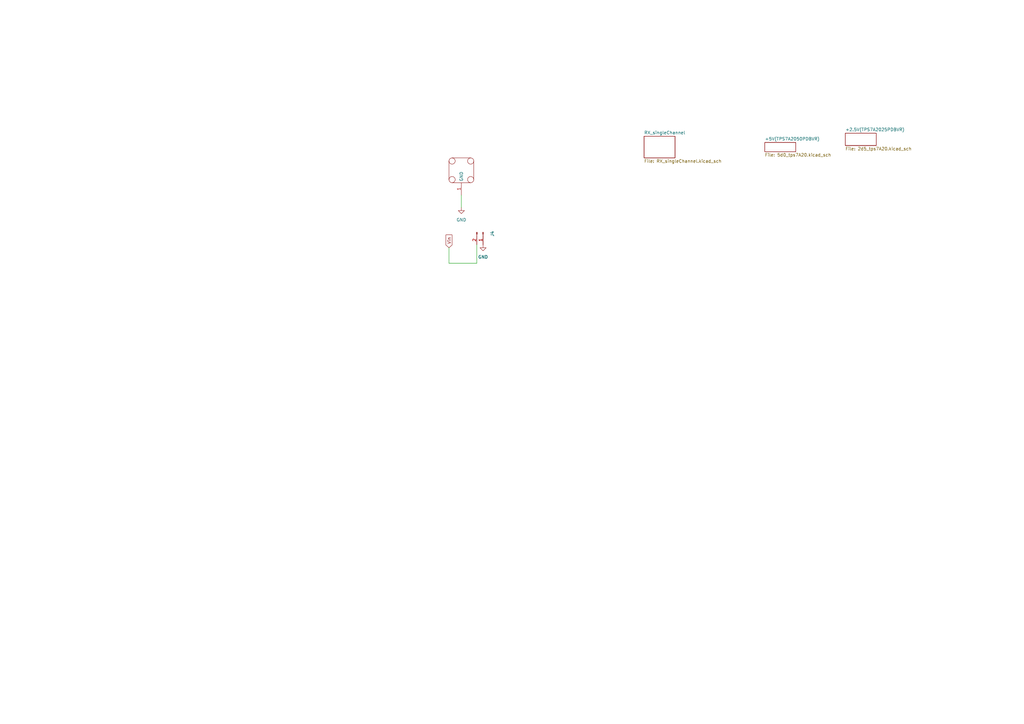
<source format=kicad_sch>
(kicad_sch (version 20230121) (generator eeschema)
  (paper "A3")
  (lib_symbols
    (symbol "Connector:Conn_01x02_Pin" (pin_names (offset 1.016) hide)
      (property "Reference" "J" (at 0 2.54 0))
      (property "Value" "Conn_01x02_Pin" (at 0 -5.08 0))
      (symbol "Conn_01x02_Pin_1_1"
        (polyline (pts (xy 1.27 -2.54) (xy 0.8636 -2.54)) (stroke (width 0.1524)))
        (polyline (pts (xy 1.27 0) (xy 0.8636 0)) (stroke (width 0.1524)))
        (rectangle (start 0.8636 -2.413) (end 0 -2.667) (stroke (width 0.1524)) (fill (type outline)))
        (rectangle (start 0.8636 0.127) (end 0 -0.127) (stroke (width 0.1524)) (fill (type outline)))
        (pin passive line (at 5.08 0 180) (length 3.81) (name "Pin_1") (number "1"))
        (pin passive line (at 5.08 -2.54 180) (length 3.81) (name "Pin_2") (number "2"))
      )
    )
    (symbol "Radar:outline"
      (property "Reference" "outline" (at 0 6.35 0))
      (symbol "outline_0_1"
        (circle (center -3.81 -3.81) (radius 1.27))
        (circle (center -3.81 3.81) (radius 1.27))
        (polyline (pts (xy -5.08 3.81) (xy -5.08 -3.81)))
        (polyline (pts (xy -3.81 -5.08) (xy 3.81 -5.08)))
        (polyline (pts (xy 3.81 5.08) (xy -3.81 5.08)))
        (polyline (pts (xy 5.08 3.81) (xy 5.08 -3.81)))
        (circle (center 3.81 -3.81) (radius 1.27))
        (circle (center 3.81 3.81) (radius 1.27))
      )
      (symbol "outline_1_1"
        (pin free line (at -10.16 0 0) (length 5.08) (name "GND") (number "1"))
      )
    )
    (symbol "power:GND" (power) (pin_names (offset 0))
      (property "Value" "GND" (at 0 -3.81 0))
      (symbol "GND_0_1"
        (polyline (pts (xy 0 0) (xy 0 -1.27) (xy 1.27 -1.27) (xy 0 -2.54) (xy -1.27 -1.27) (xy 0 -1.27)))
      )
      (symbol "GND_1_1"
        (pin power_in line (at 0 0 270) (length 0) hide (name "GND") (number "1"))
      )
    )
  )
  (wire (pts (xy 184.15 107.95) (xy 195.58 107.95)))
  (wire (pts (xy 189.23 80.01) (xy 189.23 85.09)))
  (wire (pts (xy 184.15 101.6) (xy 184.15 107.95)))
  (wire (pts (xy 195.58 100.33) (xy 195.58 107.95)))
  (global_label "Vin" (shape input) (at 184.15 101.6 90) (property "Intersheetrefs" "${INTERSHEET_REFS}" (effects hide)))
  (symbol (lib_id "Connector:Conn_01x02_Pin") (at 198.12 95.25 270) (unit 1)
    (property "Reference" "J4" (at 201.93 95.885 0))
    (property "Value" "Conn_01x02_Pin" (effects hide))
    (property "Footprint" "Connector_JST:JST_XH_B2B-XH-A_1x02_P2.50mm_Vertical" (effects hide))
  )
  (symbol (lib_id "power:GND") (at 189.23 85.09 0) (unit 1)
    (property "Reference" "#PWR011" (effects hide))
    (property "Value" "GND" (at 189.23 90.17 0))
  )
  (symbol (lib_id "Radar:outline") (at 189.23 69.85 90) (unit 1)
    (property "Reference" "outline1" (effects hide))
    (property "Footprint" "Music_Lab:Outline_5x2_cavity_20230711" (effects hide))
  )
  (symbol (lib_id "power:GND") (at 198.12 100.33 0) (unit 1)
    (property "Reference" "#PWR012" (effects hide))
    (property "Value" "GND" (at 198.12 105.41 0))
  )
  (sheet (at 346.71 54.61) (size 12.7 5.08) (stroke (width 0.1524))
    (property "Sheetname" "+2.5V(TPS7A2025PDBVR)" (at 346.71 53.8984 0) (effects (justify left bottom)))
    (property "Sheetfile" "2d5_tps7A20.kicad_sch" (at 346.71 60.2746 0) (effects (justify left top)))
  )
  (sheet (at 264.16 55.88) (size 12.7 8.89) (stroke (width 0.1524))
    (property "Sheetname" "RX_singleChannel" (at 264.16 55.1684 0) (effects (justify left bottom)))
    (property "Sheetfile" "RX_singleChannel.kicad_sch" (at 264.16 65.3546 0) (effects (justify left top)))
  )
  (sheet (at 313.69 58.42) (size 12.7 3.81) (stroke (width 0.1524))
    (property "Sheetname" "+5V(TPS7A2050PDBVR)" (at 313.69 57.7084 0) (effects (justify left bottom)))
    (property "Sheetfile" "5d0_tps7A20.kicad_sch" (at 313.69 62.8146 0) (effects (justify left top)))
  )
)
</source>
